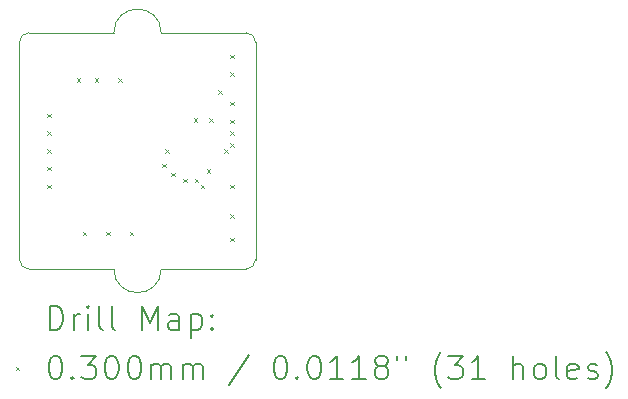
<source format=gbr>
%TF.GenerationSoftware,KiCad,Pcbnew,9.0.3*%
%TF.CreationDate,2025-08-09T09:53:04+02:00*%
%TF.ProjectId,ialed,69616c65-642e-46b6-9963-61645f706362,rev?*%
%TF.SameCoordinates,Original*%
%TF.FileFunction,Drillmap*%
%TF.FilePolarity,Positive*%
%FSLAX45Y45*%
G04 Gerber Fmt 4.5, Leading zero omitted, Abs format (unit mm)*
G04 Created by KiCad (PCBNEW 9.0.3) date 2025-08-09 09:53:04*
%MOMM*%
%LPD*%
G01*
G04 APERTURE LIST*
%ADD10C,0.050000*%
%ADD11C,0.200000*%
%ADD12C,0.100000*%
G04 APERTURE END LIST*
D10*
X0Y-1920000D02*
X0Y-80000D01*
X800000Y0D02*
G75*
G02*
X1200000Y0I200000J0D01*
G01*
X1920000Y0D02*
G75*
G02*
X2000000Y-80000I0J-80000D01*
G01*
X80000Y-2000000D02*
G75*
G02*
X0Y-1920000I0J80000D01*
G01*
X2000000Y-1920000D02*
X2000000Y-80000D01*
X0Y-80000D02*
G75*
G02*
X80000Y0I80000J0D01*
G01*
X2000000Y-1920000D02*
G75*
G02*
X1920000Y-2000000I-80000J0D01*
G01*
X1200000Y0D02*
X1920000Y0D01*
X80000Y-2000000D02*
X800000Y-2000000D01*
X1200000Y-2000000D02*
X1920000Y-2000000D01*
X1200000Y-2000000D02*
G75*
G02*
X800000Y-2000000I-200000J0D01*
G01*
X80000Y0D02*
X800000Y0D01*
D11*
D12*
X235000Y-685000D02*
X265000Y-715000D01*
X265000Y-685000D02*
X235000Y-715000D01*
X235000Y-835000D02*
X265000Y-865000D01*
X265000Y-835000D02*
X235000Y-865000D01*
X235000Y-985000D02*
X265000Y-1015000D01*
X265000Y-985000D02*
X235000Y-1015000D01*
X235000Y-1135000D02*
X265000Y-1165000D01*
X265000Y-1135000D02*
X235000Y-1165000D01*
X235000Y-1285000D02*
X265000Y-1315000D01*
X265000Y-1285000D02*
X235000Y-1315000D01*
X485000Y-385000D02*
X515000Y-415000D01*
X515000Y-385000D02*
X485000Y-415000D01*
X535000Y-1685000D02*
X565000Y-1715000D01*
X565000Y-1685000D02*
X535000Y-1715000D01*
X638798Y-385000D02*
X668798Y-415000D01*
X668798Y-385000D02*
X638798Y-415000D01*
X735000Y-1685000D02*
X765000Y-1715000D01*
X765000Y-1685000D02*
X735000Y-1715000D01*
X835000Y-385000D02*
X865000Y-415000D01*
X865000Y-385000D02*
X835000Y-415000D01*
X935000Y-1685000D02*
X965000Y-1715000D01*
X965000Y-1685000D02*
X935000Y-1715000D01*
X1210000Y-1110000D02*
X1240000Y-1140000D01*
X1240000Y-1110000D02*
X1210000Y-1140000D01*
X1235000Y-985000D02*
X1265000Y-1015000D01*
X1265000Y-985000D02*
X1235000Y-1015000D01*
X1285000Y-1185000D02*
X1315000Y-1215000D01*
X1315000Y-1185000D02*
X1285000Y-1215000D01*
X1385000Y-1235000D02*
X1415000Y-1265000D01*
X1415000Y-1235000D02*
X1385000Y-1265000D01*
X1475000Y-725000D02*
X1505000Y-755000D01*
X1505000Y-725000D02*
X1475000Y-755000D01*
X1485000Y-1235000D02*
X1515000Y-1265000D01*
X1515000Y-1235000D02*
X1485000Y-1265000D01*
X1535000Y-1285000D02*
X1565000Y-1315000D01*
X1565000Y-1285000D02*
X1535000Y-1315000D01*
X1585000Y-1155000D02*
X1615000Y-1185000D01*
X1615000Y-1155000D02*
X1585000Y-1185000D01*
X1605000Y-725000D02*
X1635000Y-755000D01*
X1635000Y-725000D02*
X1605000Y-755000D01*
X1685000Y-485000D02*
X1715000Y-515000D01*
X1715000Y-485000D02*
X1685000Y-515000D01*
X1735000Y-985000D02*
X1765000Y-1015000D01*
X1765000Y-985000D02*
X1735000Y-1015000D01*
X1785000Y-185000D02*
X1815000Y-215000D01*
X1815000Y-185000D02*
X1785000Y-215000D01*
X1785000Y-335000D02*
X1815000Y-365000D01*
X1815000Y-335000D02*
X1785000Y-365000D01*
X1785000Y-585000D02*
X1815000Y-615000D01*
X1815000Y-585000D02*
X1785000Y-615000D01*
X1785000Y-735000D02*
X1815000Y-765000D01*
X1815000Y-735000D02*
X1785000Y-765000D01*
X1785000Y-835000D02*
X1815000Y-865000D01*
X1815000Y-835000D02*
X1785000Y-865000D01*
X1785000Y-935000D02*
X1815000Y-965000D01*
X1815000Y-935000D02*
X1785000Y-965000D01*
X1785000Y-1285000D02*
X1815000Y-1315000D01*
X1815000Y-1285000D02*
X1785000Y-1315000D01*
X1785000Y-1535000D02*
X1815000Y-1565000D01*
X1815000Y-1535000D02*
X1785000Y-1565000D01*
X1785000Y-1735000D02*
X1815000Y-1765000D01*
X1815000Y-1735000D02*
X1785000Y-1765000D01*
D11*
X258277Y-2513984D02*
X258277Y-2313984D01*
X258277Y-2313984D02*
X305896Y-2313984D01*
X305896Y-2313984D02*
X334467Y-2323508D01*
X334467Y-2323508D02*
X353515Y-2342555D01*
X353515Y-2342555D02*
X363039Y-2361603D01*
X363039Y-2361603D02*
X372562Y-2399698D01*
X372562Y-2399698D02*
X372562Y-2428270D01*
X372562Y-2428270D02*
X363039Y-2466365D01*
X363039Y-2466365D02*
X353515Y-2485412D01*
X353515Y-2485412D02*
X334467Y-2504460D01*
X334467Y-2504460D02*
X305896Y-2513984D01*
X305896Y-2513984D02*
X258277Y-2513984D01*
X458277Y-2513984D02*
X458277Y-2380650D01*
X458277Y-2418746D02*
X467801Y-2399698D01*
X467801Y-2399698D02*
X477324Y-2390174D01*
X477324Y-2390174D02*
X496372Y-2380650D01*
X496372Y-2380650D02*
X515420Y-2380650D01*
X582086Y-2513984D02*
X582086Y-2380650D01*
X582086Y-2313984D02*
X572563Y-2323508D01*
X572563Y-2323508D02*
X582086Y-2333031D01*
X582086Y-2333031D02*
X591610Y-2323508D01*
X591610Y-2323508D02*
X582086Y-2313984D01*
X582086Y-2313984D02*
X582086Y-2333031D01*
X705896Y-2513984D02*
X686848Y-2504460D01*
X686848Y-2504460D02*
X677324Y-2485412D01*
X677324Y-2485412D02*
X677324Y-2313984D01*
X810658Y-2513984D02*
X791610Y-2504460D01*
X791610Y-2504460D02*
X782086Y-2485412D01*
X782086Y-2485412D02*
X782086Y-2313984D01*
X1039229Y-2513984D02*
X1039229Y-2313984D01*
X1039229Y-2313984D02*
X1105896Y-2456841D01*
X1105896Y-2456841D02*
X1172563Y-2313984D01*
X1172563Y-2313984D02*
X1172563Y-2513984D01*
X1353515Y-2513984D02*
X1353515Y-2409222D01*
X1353515Y-2409222D02*
X1343991Y-2390174D01*
X1343991Y-2390174D02*
X1324944Y-2380650D01*
X1324944Y-2380650D02*
X1286848Y-2380650D01*
X1286848Y-2380650D02*
X1267801Y-2390174D01*
X1353515Y-2504460D02*
X1334467Y-2513984D01*
X1334467Y-2513984D02*
X1286848Y-2513984D01*
X1286848Y-2513984D02*
X1267801Y-2504460D01*
X1267801Y-2504460D02*
X1258277Y-2485412D01*
X1258277Y-2485412D02*
X1258277Y-2466365D01*
X1258277Y-2466365D02*
X1267801Y-2447317D01*
X1267801Y-2447317D02*
X1286848Y-2437793D01*
X1286848Y-2437793D02*
X1334467Y-2437793D01*
X1334467Y-2437793D02*
X1353515Y-2428270D01*
X1448753Y-2380650D02*
X1448753Y-2580650D01*
X1448753Y-2390174D02*
X1467801Y-2380650D01*
X1467801Y-2380650D02*
X1505896Y-2380650D01*
X1505896Y-2380650D02*
X1524943Y-2390174D01*
X1524943Y-2390174D02*
X1534467Y-2399698D01*
X1534467Y-2399698D02*
X1543991Y-2418746D01*
X1543991Y-2418746D02*
X1543991Y-2475889D01*
X1543991Y-2475889D02*
X1534467Y-2494936D01*
X1534467Y-2494936D02*
X1524943Y-2504460D01*
X1524943Y-2504460D02*
X1505896Y-2513984D01*
X1505896Y-2513984D02*
X1467801Y-2513984D01*
X1467801Y-2513984D02*
X1448753Y-2504460D01*
X1629705Y-2494936D02*
X1639229Y-2504460D01*
X1639229Y-2504460D02*
X1629705Y-2513984D01*
X1629705Y-2513984D02*
X1620182Y-2504460D01*
X1620182Y-2504460D02*
X1629705Y-2494936D01*
X1629705Y-2494936D02*
X1629705Y-2513984D01*
X1629705Y-2390174D02*
X1639229Y-2399698D01*
X1639229Y-2399698D02*
X1629705Y-2409222D01*
X1629705Y-2409222D02*
X1620182Y-2399698D01*
X1620182Y-2399698D02*
X1629705Y-2390174D01*
X1629705Y-2390174D02*
X1629705Y-2409222D01*
D12*
X-32500Y-2827500D02*
X-2500Y-2857500D01*
X-2500Y-2827500D02*
X-32500Y-2857500D01*
D11*
X296372Y-2733984D02*
X315420Y-2733984D01*
X315420Y-2733984D02*
X334467Y-2743508D01*
X334467Y-2743508D02*
X343991Y-2753031D01*
X343991Y-2753031D02*
X353515Y-2772079D01*
X353515Y-2772079D02*
X363039Y-2810174D01*
X363039Y-2810174D02*
X363039Y-2857793D01*
X363039Y-2857793D02*
X353515Y-2895888D01*
X353515Y-2895888D02*
X343991Y-2914936D01*
X343991Y-2914936D02*
X334467Y-2924460D01*
X334467Y-2924460D02*
X315420Y-2933984D01*
X315420Y-2933984D02*
X296372Y-2933984D01*
X296372Y-2933984D02*
X277324Y-2924460D01*
X277324Y-2924460D02*
X267801Y-2914936D01*
X267801Y-2914936D02*
X258277Y-2895888D01*
X258277Y-2895888D02*
X248753Y-2857793D01*
X248753Y-2857793D02*
X248753Y-2810174D01*
X248753Y-2810174D02*
X258277Y-2772079D01*
X258277Y-2772079D02*
X267801Y-2753031D01*
X267801Y-2753031D02*
X277324Y-2743508D01*
X277324Y-2743508D02*
X296372Y-2733984D01*
X448753Y-2914936D02*
X458277Y-2924460D01*
X458277Y-2924460D02*
X448753Y-2933984D01*
X448753Y-2933984D02*
X439229Y-2924460D01*
X439229Y-2924460D02*
X448753Y-2914936D01*
X448753Y-2914936D02*
X448753Y-2933984D01*
X524944Y-2733984D02*
X648753Y-2733984D01*
X648753Y-2733984D02*
X582086Y-2810174D01*
X582086Y-2810174D02*
X610658Y-2810174D01*
X610658Y-2810174D02*
X629705Y-2819698D01*
X629705Y-2819698D02*
X639229Y-2829222D01*
X639229Y-2829222D02*
X648753Y-2848269D01*
X648753Y-2848269D02*
X648753Y-2895888D01*
X648753Y-2895888D02*
X639229Y-2914936D01*
X639229Y-2914936D02*
X629705Y-2924460D01*
X629705Y-2924460D02*
X610658Y-2933984D01*
X610658Y-2933984D02*
X553515Y-2933984D01*
X553515Y-2933984D02*
X534467Y-2924460D01*
X534467Y-2924460D02*
X524944Y-2914936D01*
X772562Y-2733984D02*
X791610Y-2733984D01*
X791610Y-2733984D02*
X810658Y-2743508D01*
X810658Y-2743508D02*
X820182Y-2753031D01*
X820182Y-2753031D02*
X829705Y-2772079D01*
X829705Y-2772079D02*
X839229Y-2810174D01*
X839229Y-2810174D02*
X839229Y-2857793D01*
X839229Y-2857793D02*
X829705Y-2895888D01*
X829705Y-2895888D02*
X820182Y-2914936D01*
X820182Y-2914936D02*
X810658Y-2924460D01*
X810658Y-2924460D02*
X791610Y-2933984D01*
X791610Y-2933984D02*
X772562Y-2933984D01*
X772562Y-2933984D02*
X753515Y-2924460D01*
X753515Y-2924460D02*
X743991Y-2914936D01*
X743991Y-2914936D02*
X734467Y-2895888D01*
X734467Y-2895888D02*
X724943Y-2857793D01*
X724943Y-2857793D02*
X724943Y-2810174D01*
X724943Y-2810174D02*
X734467Y-2772079D01*
X734467Y-2772079D02*
X743991Y-2753031D01*
X743991Y-2753031D02*
X753515Y-2743508D01*
X753515Y-2743508D02*
X772562Y-2733984D01*
X963039Y-2733984D02*
X982086Y-2733984D01*
X982086Y-2733984D02*
X1001134Y-2743508D01*
X1001134Y-2743508D02*
X1010658Y-2753031D01*
X1010658Y-2753031D02*
X1020182Y-2772079D01*
X1020182Y-2772079D02*
X1029705Y-2810174D01*
X1029705Y-2810174D02*
X1029705Y-2857793D01*
X1029705Y-2857793D02*
X1020182Y-2895888D01*
X1020182Y-2895888D02*
X1010658Y-2914936D01*
X1010658Y-2914936D02*
X1001134Y-2924460D01*
X1001134Y-2924460D02*
X982086Y-2933984D01*
X982086Y-2933984D02*
X963039Y-2933984D01*
X963039Y-2933984D02*
X943991Y-2924460D01*
X943991Y-2924460D02*
X934467Y-2914936D01*
X934467Y-2914936D02*
X924943Y-2895888D01*
X924943Y-2895888D02*
X915420Y-2857793D01*
X915420Y-2857793D02*
X915420Y-2810174D01*
X915420Y-2810174D02*
X924943Y-2772079D01*
X924943Y-2772079D02*
X934467Y-2753031D01*
X934467Y-2753031D02*
X943991Y-2743508D01*
X943991Y-2743508D02*
X963039Y-2733984D01*
X1115420Y-2933984D02*
X1115420Y-2800650D01*
X1115420Y-2819698D02*
X1124944Y-2810174D01*
X1124944Y-2810174D02*
X1143991Y-2800650D01*
X1143991Y-2800650D02*
X1172563Y-2800650D01*
X1172563Y-2800650D02*
X1191610Y-2810174D01*
X1191610Y-2810174D02*
X1201134Y-2829222D01*
X1201134Y-2829222D02*
X1201134Y-2933984D01*
X1201134Y-2829222D02*
X1210658Y-2810174D01*
X1210658Y-2810174D02*
X1229705Y-2800650D01*
X1229705Y-2800650D02*
X1258277Y-2800650D01*
X1258277Y-2800650D02*
X1277325Y-2810174D01*
X1277325Y-2810174D02*
X1286848Y-2829222D01*
X1286848Y-2829222D02*
X1286848Y-2933984D01*
X1382086Y-2933984D02*
X1382086Y-2800650D01*
X1382086Y-2819698D02*
X1391610Y-2810174D01*
X1391610Y-2810174D02*
X1410658Y-2800650D01*
X1410658Y-2800650D02*
X1439229Y-2800650D01*
X1439229Y-2800650D02*
X1458277Y-2810174D01*
X1458277Y-2810174D02*
X1467801Y-2829222D01*
X1467801Y-2829222D02*
X1467801Y-2933984D01*
X1467801Y-2829222D02*
X1477324Y-2810174D01*
X1477324Y-2810174D02*
X1496372Y-2800650D01*
X1496372Y-2800650D02*
X1524943Y-2800650D01*
X1524943Y-2800650D02*
X1543991Y-2810174D01*
X1543991Y-2810174D02*
X1553515Y-2829222D01*
X1553515Y-2829222D02*
X1553515Y-2933984D01*
X1943991Y-2724460D02*
X1772563Y-2981603D01*
X2201134Y-2733984D02*
X2220182Y-2733984D01*
X2220182Y-2733984D02*
X2239229Y-2743508D01*
X2239229Y-2743508D02*
X2248753Y-2753031D01*
X2248753Y-2753031D02*
X2258277Y-2772079D01*
X2258277Y-2772079D02*
X2267801Y-2810174D01*
X2267801Y-2810174D02*
X2267801Y-2857793D01*
X2267801Y-2857793D02*
X2258277Y-2895888D01*
X2258277Y-2895888D02*
X2248753Y-2914936D01*
X2248753Y-2914936D02*
X2239229Y-2924460D01*
X2239229Y-2924460D02*
X2220182Y-2933984D01*
X2220182Y-2933984D02*
X2201134Y-2933984D01*
X2201134Y-2933984D02*
X2182087Y-2924460D01*
X2182087Y-2924460D02*
X2172563Y-2914936D01*
X2172563Y-2914936D02*
X2163039Y-2895888D01*
X2163039Y-2895888D02*
X2153515Y-2857793D01*
X2153515Y-2857793D02*
X2153515Y-2810174D01*
X2153515Y-2810174D02*
X2163039Y-2772079D01*
X2163039Y-2772079D02*
X2172563Y-2753031D01*
X2172563Y-2753031D02*
X2182087Y-2743508D01*
X2182087Y-2743508D02*
X2201134Y-2733984D01*
X2353515Y-2914936D02*
X2363039Y-2924460D01*
X2363039Y-2924460D02*
X2353515Y-2933984D01*
X2353515Y-2933984D02*
X2343991Y-2924460D01*
X2343991Y-2924460D02*
X2353515Y-2914936D01*
X2353515Y-2914936D02*
X2353515Y-2933984D01*
X2486848Y-2733984D02*
X2505896Y-2733984D01*
X2505896Y-2733984D02*
X2524944Y-2743508D01*
X2524944Y-2743508D02*
X2534468Y-2753031D01*
X2534468Y-2753031D02*
X2543991Y-2772079D01*
X2543991Y-2772079D02*
X2553515Y-2810174D01*
X2553515Y-2810174D02*
X2553515Y-2857793D01*
X2553515Y-2857793D02*
X2543991Y-2895888D01*
X2543991Y-2895888D02*
X2534468Y-2914936D01*
X2534468Y-2914936D02*
X2524944Y-2924460D01*
X2524944Y-2924460D02*
X2505896Y-2933984D01*
X2505896Y-2933984D02*
X2486848Y-2933984D01*
X2486848Y-2933984D02*
X2467801Y-2924460D01*
X2467801Y-2924460D02*
X2458277Y-2914936D01*
X2458277Y-2914936D02*
X2448753Y-2895888D01*
X2448753Y-2895888D02*
X2439229Y-2857793D01*
X2439229Y-2857793D02*
X2439229Y-2810174D01*
X2439229Y-2810174D02*
X2448753Y-2772079D01*
X2448753Y-2772079D02*
X2458277Y-2753031D01*
X2458277Y-2753031D02*
X2467801Y-2743508D01*
X2467801Y-2743508D02*
X2486848Y-2733984D01*
X2743991Y-2933984D02*
X2629706Y-2933984D01*
X2686848Y-2933984D02*
X2686848Y-2733984D01*
X2686848Y-2733984D02*
X2667801Y-2762555D01*
X2667801Y-2762555D02*
X2648753Y-2781603D01*
X2648753Y-2781603D02*
X2629706Y-2791127D01*
X2934467Y-2933984D02*
X2820182Y-2933984D01*
X2877325Y-2933984D02*
X2877325Y-2733984D01*
X2877325Y-2733984D02*
X2858277Y-2762555D01*
X2858277Y-2762555D02*
X2839229Y-2781603D01*
X2839229Y-2781603D02*
X2820182Y-2791127D01*
X3048753Y-2819698D02*
X3029706Y-2810174D01*
X3029706Y-2810174D02*
X3020182Y-2800650D01*
X3020182Y-2800650D02*
X3010658Y-2781603D01*
X3010658Y-2781603D02*
X3010658Y-2772079D01*
X3010658Y-2772079D02*
X3020182Y-2753031D01*
X3020182Y-2753031D02*
X3029706Y-2743508D01*
X3029706Y-2743508D02*
X3048753Y-2733984D01*
X3048753Y-2733984D02*
X3086848Y-2733984D01*
X3086848Y-2733984D02*
X3105896Y-2743508D01*
X3105896Y-2743508D02*
X3115420Y-2753031D01*
X3115420Y-2753031D02*
X3124944Y-2772079D01*
X3124944Y-2772079D02*
X3124944Y-2781603D01*
X3124944Y-2781603D02*
X3115420Y-2800650D01*
X3115420Y-2800650D02*
X3105896Y-2810174D01*
X3105896Y-2810174D02*
X3086848Y-2819698D01*
X3086848Y-2819698D02*
X3048753Y-2819698D01*
X3048753Y-2819698D02*
X3029706Y-2829222D01*
X3029706Y-2829222D02*
X3020182Y-2838746D01*
X3020182Y-2838746D02*
X3010658Y-2857793D01*
X3010658Y-2857793D02*
X3010658Y-2895888D01*
X3010658Y-2895888D02*
X3020182Y-2914936D01*
X3020182Y-2914936D02*
X3029706Y-2924460D01*
X3029706Y-2924460D02*
X3048753Y-2933984D01*
X3048753Y-2933984D02*
X3086848Y-2933984D01*
X3086848Y-2933984D02*
X3105896Y-2924460D01*
X3105896Y-2924460D02*
X3115420Y-2914936D01*
X3115420Y-2914936D02*
X3124944Y-2895888D01*
X3124944Y-2895888D02*
X3124944Y-2857793D01*
X3124944Y-2857793D02*
X3115420Y-2838746D01*
X3115420Y-2838746D02*
X3105896Y-2829222D01*
X3105896Y-2829222D02*
X3086848Y-2819698D01*
X3201134Y-2733984D02*
X3201134Y-2772079D01*
X3277325Y-2733984D02*
X3277325Y-2772079D01*
X3572563Y-3010174D02*
X3563039Y-3000650D01*
X3563039Y-3000650D02*
X3543991Y-2972079D01*
X3543991Y-2972079D02*
X3534468Y-2953031D01*
X3534468Y-2953031D02*
X3524944Y-2924460D01*
X3524944Y-2924460D02*
X3515420Y-2876841D01*
X3515420Y-2876841D02*
X3515420Y-2838746D01*
X3515420Y-2838746D02*
X3524944Y-2791127D01*
X3524944Y-2791127D02*
X3534468Y-2762555D01*
X3534468Y-2762555D02*
X3543991Y-2743508D01*
X3543991Y-2743508D02*
X3563039Y-2714936D01*
X3563039Y-2714936D02*
X3572563Y-2705412D01*
X3629706Y-2733984D02*
X3753515Y-2733984D01*
X3753515Y-2733984D02*
X3686848Y-2810174D01*
X3686848Y-2810174D02*
X3715420Y-2810174D01*
X3715420Y-2810174D02*
X3734468Y-2819698D01*
X3734468Y-2819698D02*
X3743991Y-2829222D01*
X3743991Y-2829222D02*
X3753515Y-2848269D01*
X3753515Y-2848269D02*
X3753515Y-2895888D01*
X3753515Y-2895888D02*
X3743991Y-2914936D01*
X3743991Y-2914936D02*
X3734468Y-2924460D01*
X3734468Y-2924460D02*
X3715420Y-2933984D01*
X3715420Y-2933984D02*
X3658277Y-2933984D01*
X3658277Y-2933984D02*
X3639229Y-2924460D01*
X3639229Y-2924460D02*
X3629706Y-2914936D01*
X3943991Y-2933984D02*
X3829706Y-2933984D01*
X3886848Y-2933984D02*
X3886848Y-2733984D01*
X3886848Y-2733984D02*
X3867801Y-2762555D01*
X3867801Y-2762555D02*
X3848753Y-2781603D01*
X3848753Y-2781603D02*
X3829706Y-2791127D01*
X4182087Y-2933984D02*
X4182087Y-2733984D01*
X4267801Y-2933984D02*
X4267801Y-2829222D01*
X4267801Y-2829222D02*
X4258277Y-2810174D01*
X4258277Y-2810174D02*
X4239230Y-2800650D01*
X4239230Y-2800650D02*
X4210658Y-2800650D01*
X4210658Y-2800650D02*
X4191610Y-2810174D01*
X4191610Y-2810174D02*
X4182087Y-2819698D01*
X4391611Y-2933984D02*
X4372563Y-2924460D01*
X4372563Y-2924460D02*
X4363039Y-2914936D01*
X4363039Y-2914936D02*
X4353515Y-2895888D01*
X4353515Y-2895888D02*
X4353515Y-2838746D01*
X4353515Y-2838746D02*
X4363039Y-2819698D01*
X4363039Y-2819698D02*
X4372563Y-2810174D01*
X4372563Y-2810174D02*
X4391611Y-2800650D01*
X4391611Y-2800650D02*
X4420182Y-2800650D01*
X4420182Y-2800650D02*
X4439230Y-2810174D01*
X4439230Y-2810174D02*
X4448753Y-2819698D01*
X4448753Y-2819698D02*
X4458277Y-2838746D01*
X4458277Y-2838746D02*
X4458277Y-2895888D01*
X4458277Y-2895888D02*
X4448753Y-2914936D01*
X4448753Y-2914936D02*
X4439230Y-2924460D01*
X4439230Y-2924460D02*
X4420182Y-2933984D01*
X4420182Y-2933984D02*
X4391611Y-2933984D01*
X4572563Y-2933984D02*
X4553515Y-2924460D01*
X4553515Y-2924460D02*
X4543992Y-2905412D01*
X4543992Y-2905412D02*
X4543992Y-2733984D01*
X4724944Y-2924460D02*
X4705896Y-2933984D01*
X4705896Y-2933984D02*
X4667801Y-2933984D01*
X4667801Y-2933984D02*
X4648753Y-2924460D01*
X4648753Y-2924460D02*
X4639230Y-2905412D01*
X4639230Y-2905412D02*
X4639230Y-2829222D01*
X4639230Y-2829222D02*
X4648753Y-2810174D01*
X4648753Y-2810174D02*
X4667801Y-2800650D01*
X4667801Y-2800650D02*
X4705896Y-2800650D01*
X4705896Y-2800650D02*
X4724944Y-2810174D01*
X4724944Y-2810174D02*
X4734468Y-2829222D01*
X4734468Y-2829222D02*
X4734468Y-2848269D01*
X4734468Y-2848269D02*
X4639230Y-2867317D01*
X4810658Y-2924460D02*
X4829706Y-2933984D01*
X4829706Y-2933984D02*
X4867801Y-2933984D01*
X4867801Y-2933984D02*
X4886849Y-2924460D01*
X4886849Y-2924460D02*
X4896373Y-2905412D01*
X4896373Y-2905412D02*
X4896373Y-2895888D01*
X4896373Y-2895888D02*
X4886849Y-2876841D01*
X4886849Y-2876841D02*
X4867801Y-2867317D01*
X4867801Y-2867317D02*
X4839230Y-2867317D01*
X4839230Y-2867317D02*
X4820182Y-2857793D01*
X4820182Y-2857793D02*
X4810658Y-2838746D01*
X4810658Y-2838746D02*
X4810658Y-2829222D01*
X4810658Y-2829222D02*
X4820182Y-2810174D01*
X4820182Y-2810174D02*
X4839230Y-2800650D01*
X4839230Y-2800650D02*
X4867801Y-2800650D01*
X4867801Y-2800650D02*
X4886849Y-2810174D01*
X4963039Y-3010174D02*
X4972563Y-3000650D01*
X4972563Y-3000650D02*
X4991611Y-2972079D01*
X4991611Y-2972079D02*
X5001134Y-2953031D01*
X5001134Y-2953031D02*
X5010658Y-2924460D01*
X5010658Y-2924460D02*
X5020182Y-2876841D01*
X5020182Y-2876841D02*
X5020182Y-2838746D01*
X5020182Y-2838746D02*
X5010658Y-2791127D01*
X5010658Y-2791127D02*
X5001134Y-2762555D01*
X5001134Y-2762555D02*
X4991611Y-2743508D01*
X4991611Y-2743508D02*
X4972563Y-2714936D01*
X4972563Y-2714936D02*
X4963039Y-2705412D01*
M02*

</source>
